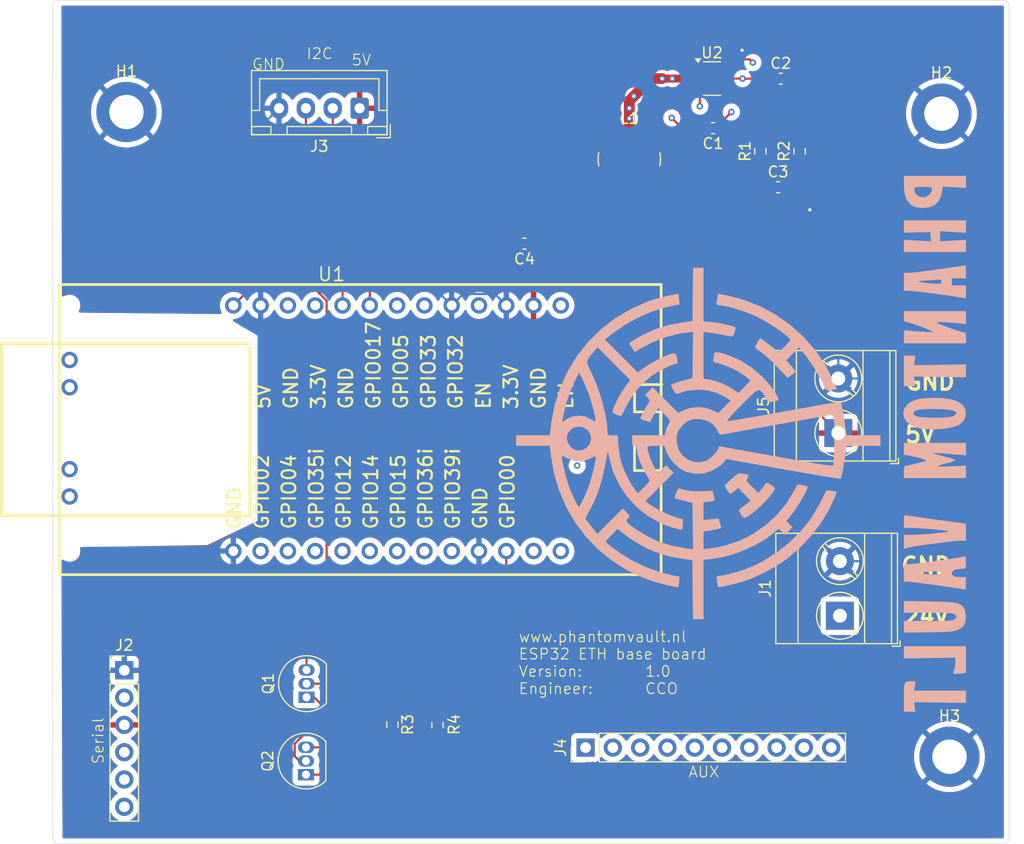
<source format=kicad_pcb>
(kicad_pcb (version 20240108) (generator "pcbnew") (generator_version "8.0")
  (layers (0 "F.Cu" signal) (1 "In1.Cu" signal) (2 "In2.Cu" signal) (31 "B.Cu" signal) (34 "B.Paste" user) (35 "F.Paste" user) (36 "B.SilkS" user "B.Silkscreen") (37 "F.SilkS" user "F.Silkscreen") (38 "B.Mask" user) (39 "F.Mask" user) (44 "Edge.Cuts" user))
  (net 0 "")
  (net 1 "Net-(U2-SW)")
  (net 2 "Net-(U2-CB)")
  (net 3 "GND")
  (net 4 "+24V")
  (net 5 "+5V")
  (net 6 "Net-(J2-Pin_4)")
  (net 7 "Net-(J2-Pin_5)")
  (net 8 "Net-(J2-Pin_2)")
  (net 9 "Net-(J2-Pin_6)")
  (net 10 "Net-(J3-Pin_2)")
  (net 11 "Net-(J3-Pin_3)")
  (net 12 "Net-(J4-Pin_8)")
  (net 13 "Net-(J4-Pin_7)")
  (net 14 "Net-(J4-Pin_4)")
  (net 15 "Net-(J4-Pin_3)")
  (net 16 "Net-(J4-Pin_10)")
  (net 17 "Net-(J4-Pin_6)")
  (net 18 "Net-(J4-Pin_5)")
  (net 19 "Net-(J4-Pin_2)")
  (net 20 "Net-(J4-Pin_1)")
  (net 21 "Net-(J4-Pin_9)")
  (net 22 "Net-(Q1-B)")
  (net 23 "Net-(Q1-C)")
  (net 24 "Net-(Q2-B)")
  (net 25 "Net-(Q2-E)")
  (net 26 "Net-(U2-FB)")
  (net 29 "+3.3V")
  (net 30 "+3V3")
  (footprint "Connector_JST:JST_XH_B4B-XH-A_1x04_P2.50mm_Vertical" (layer "F.Cu") (at 129.55 65.05 180)
    (property "Reference" "J3" (at 3.75 -3.55 0) (layer "F.SilkS"))
    (property "Value" "Conn_01x04_Pin")
    (pad "1" thru_hole roundrect (at 0 0 180) (size 1.7 1.95) (drill 0.95) (layers "*.Cu" "*.Mask") (roundrect_rratio 0.147059) (net 5 "+5V"))
    (pad "2" thru_hole oval (at 2.5 0 180) (size 1.7 1.95) (drill 0.95) (layers "*.Cu" "*.Mask") (net 10 "Net-(J3-Pin_2)"))
    (pad "3" thru_hole oval (at 5 0 180) (size 1.7 1.95) (drill 0.95) (layers "*.Cu" "*.Mask") (net 11 "Net-(J3-Pin_3)"))
    (pad "4" thru_hole oval (at 7.5 0 180) (size 1.7 1.95) (drill 0.95) (layers "*.Cu" "*.Mask") (net 3 "GND"))
  )
  (footprint "Resistor_SMD:R_0603_1608Metric_Pad0.98x0.95mm_HandSolder" (layer "F.Cu") (at 132.6 122.4125 -90)
    (property "Reference" "R3" (at 0 -1.43 90) (layer "F.SilkS"))
    (property "Value" "10k")
    (pad "1" smd roundrect (at -0.9125 0 270) (size 0.975 0.95) (layers "F.Cu" "F.Paste" "F.Mask") (net 8 "Net-(J2-Pin_2)"))
    (pad "2" smd roundrect (at 0.9125 0 270) (size 0.975 0.95) (layers "F.Cu" "F.Paste" "F.Mask") (net 24 "Net-(Q2-B)"))
  )
  (footprint "Resistor_SMD:R_0603_1608Metric_Pad0.98x0.95mm_HandSolder" (layer "F.Cu") (at 136.8 122.45 90)
    (property "Reference" "R4" (at 0.05 1.55 90) (layer "F.SilkS"))
    (property "Value" "10k")
    (pad "1" smd roundrect (at -0.9125 0 90) (size 0.975 0.95) (layers "F.Cu" "F.Paste" "F.Mask") (net 9 "Net-(J2-Pin_6)"))
    (pad "2" smd roundrect (at 0.9125 0 90) (size 0.975 0.95) (layers "F.Cu" "F.Paste" "F.Mask") (net 22 "Net-(Q1-B)"))
  )
  (footprint "Package_TO_SOT_SMD:SOT-23-6" (layer "F.Cu") (at 162.35 62.2875)
    (property "Reference" "U2" (at 0 -2.4 0) (layer "F.SilkS"))
    (property "Value" "LMR51430")
    (pad "1" smd roundrect (at -1.1375 -0.95) (size 1.325 0.6) (layers "F.Cu" "F.Paste" "F.Mask") (net 3 "GND"))
    (pad "2" smd roundrect (at -1.1375 0) (size 1.325 0.6) (layers "F.Cu" "F.Paste" "F.Mask") (net 1 "Net-(U2-SW)"))
    (pad "3" smd roundrect (at -1.1375 0.95) (size 1.325 0.6) (layers "F.Cu" "F.Paste" "F.Mask") (net 4 "+24V"))
    (pad "4" smd roundrect (at 1.1375 0.95) (size 1.325 0.6) (layers "F.Cu" "F.Paste" "F.Mask") (net 26 "Net-(U2-FB)"))
    (pad "5" smd roundrect (at 1.1375 0) (size 1.325 0.6) (layers "F.Cu" "F.Paste" "F.Mask") (net 4 "+24V"))
    (pad "6" smd roundrect (at 1.1375 -0.95) (size 1.325 0.6) (layers "F.Cu" "F.Paste" "F.Mask") (net 2 "Net-(U2-CB)"))
  )
  (footprint "MountingHole:MountingHole_3.2mm_M3_DIN965_Pad" (layer "F.Cu") (at 184.45 125.4)
    (property "Reference" "H3" (at 0 -3.8 0) (layer "F.SilkS"))
    (property "Value" "MountingHole_Pad")
    (pad "1" thru_hole circle (at 0 0) (size 5.6 5.6) (drill 3.2) (layers "*.Cu" "*.Mask") (net 3 "GND"))
  )
  (footprint "Capacitor_SMD:C_0603_1608Metric_Pad1.08x0.95mm_HandSolder" (layer "F.Cu") (at 168.75 62.3)
    (property "Reference" "C2" (at 0 -1.43 360) (layer "F.SilkS"))
    (property "Value" "2.2uF")
    (pad "1" smd roundrect (at -0.8625 0) (size 1.075 0.95) (layers "F.Cu" "F.Paste" "F.Mask") (net 4 "+24V"))
    (pad "2" smd roundrect (at 0.8625 0) (size 1.075 0.95) (layers "F.Cu" "F.Paste" "F.Mask") (net 3 "GND"))
  )
  (footprint "Package_TO_SOT_THT:TO-92_Inline" (layer "F.Cu") (at 124.61 119.87 90)
    (property "Reference" "Q1" (at 1.27 -3.56 90) (layer "F.SilkS"))
    (property "Value" "2N3904")
    (pad "1" thru_hole rect (at 0 0 90) (size 1.05 1.5) (drill 0.75) (layers "*.Cu" "*.Mask") (net 8 "Net-(J2-Pin_2)"))
    (pad "2" thru_hole oval (at 1.27 0 90) (size 1.05 1.5) (drill 0.75) (layers "*.Cu" "*.Mask") (net 22 "Net-(Q1-B)"))
    (pad "3" thru_hole oval (at 2.54 0 90) (size 1.05 1.5) (drill 0.75) (layers "*.Cu" "*.Mask") (net 23 "Net-(Q1-C)"))
  )
  (footprint "Library:PhantomVaultPCBLogo5cmBackside" (layer "F.Cu") (at 165.05 96.25 90)
    (property "Reference" "G***" (hide yes))
    (property "Value" "LOGO" (hide yes))
  )
  (footprint "Capacitor_SMD:C_0603_1608Metric_Pad1.08x0.95mm_HandSolder" (layer "F.Cu") (at 168.5 72.4)
    (property "Reference" "C3" (at 0 -1.43 0) (layer "F.SilkS"))
    (property "Value" "44uF")
    (pad "1" smd roundrect (at -0.8625 0) (size 1.075 0.95) (layers "F.Cu" "F.Paste" "F.Mask") (net 5 "+5V"))
    (pad "2" smd roundrect (at 0.8625 0) (size 1.075 0.95) (layers "F.Cu" "F.Paste" "F.Mask") (net 3 "GND"))
  )
  (footprint "Capacitor_SMD:C_0603_1608Metric_Pad1.08x0.95mm_HandSolder" (layer "F.Cu") (at 162.45 66.9 180)
    (property "Reference" "C1" (at 0 -1.43 360) (layer "F.SilkS"))
    (property "Value" "0.1 uF")
    (pad "1" smd roundrect (at -0.8625 0 180) (size 1.075 0.95) (layers "F.Cu" "F.Paste" "F.Mask") (net 2 "Net-(U2-CB)"))
    (pad "2" smd roundrect (at 0.8625 0 180) (size 1.075 0.95) (layers "F.Cu" "F.Paste" "F.Mask") (net 1 "Net-(U2-SW)"))
  )
  (footprint "Capacitor_SMD:C_0603_1608Metric_Pad1.08x0.95mm_HandSolder" (layer "F.Cu") (at 144.9 77.65 180)
    (property "Reference" "C4" (at 0 -1.43 360) (layer "F.SilkS"))
    (property "Value" "100nF")
    (pad "1" smd roundrect (at -0.8625 0 180) (size 1.075 0.95) (layers "F.Cu" "F.Paste" "F.Mask") (net 5 "+5V"))
    (pad "2" smd roundrect (at 0.8625 0 180) (size 1.075 0.95) (layers "F.Cu" "F.Paste" "F.Mask") (net 3 "GND"))
  )
  (footprint "TerminalBlock_Phoenix:TerminalBlock_Phoenix_MKDS-3-2-5.08_1x02_P5.08mm_Horizontal" (layer "F.Cu") (at 174.25 112.28 90)
    (property "Reference" "J1" (at 2.54 -6.96 90) (layer "F.SilkS"))
    (property "Value" "Screw_Terminal_01x02")
    (pad "1" thru_hole rect (at 0 0 90) (size 2.6 2.6) (drill 1.3) (layers "*.Cu" "*.Mask") (net 4 "+24V"))
    (pad "2" thru_hole circle (at 5.08 0 90) (size 2.6 2.6) (drill 1.3) (layers "*.Cu" "*.Mask") (net 3 "GND"))
  )
  (footprint "MountingHole:MountingHole_3.2mm_M3_DIN965_Pad" (layer "F.Cu") (at 107.85 65.4)
    (property "Reference" "H1" (at 0 -3.8 0) (layer "F.SilkS"))
    (property "Value" "MountingHole_Pad")
    (pad "1" thru_hole circle (at 0 0) (size 5.6 5.6) (drill 3.2) (layers "*.Cu" "*.Mask") (net 3 "GND"))
  )
  (footprint "Connector_PinHeader_2.54mm:PinHeader_1x10_P2.54mm_Vertical" (layer "F.Cu") (at 150.58 124.55 90)
    (property "Reference" "J4" (at 0 -2.33 90) (layer "F.SilkS"))
    (property "Value" "Conn_01x10_Pin" (hide yes))
    (pad "1" thru_hole rect (at 0 0 90) (size 1.7 1.7) (drill 1) (layers "*.Cu" "*.Mask") (net 20 "Net-(J4-Pin_1)"))
    (pad "2" thru_hole oval (at 0 2.54 90) (size 1.7 1.7) (drill 1) (layers "*.Cu" "*.Mask") (net 19 "Net-(J4-Pin_2)"))
    (pad "3" thru_hole oval (at 0 5.08 90) (size 1.7 1.7) (drill 1) (layers "*.Cu" "*.Mask") (net 15 "Net-(J4-Pin_3)"))
    (pad "4" thru_hole oval (at 0 7.62 90) (size 1.7 1.7) (drill 1) (layers "*.Cu" "*.Mask") (net 14 "Net-(J4-Pin_4)"))
    (pad "5" thru_hole oval (at 0 10.16 90) (size 1.7 1.7) (drill 1) (layers "*.Cu" "*.Mask") (net 18 "Net-(J4-Pin_5)"))
    (pad "6" thru_hole oval (at 0 12.7 90) (size 1.7 1.7) (drill 1) (layers "*.Cu" "*.Mask") (net 17 "Net-(J4-Pin_6)"))
    (pad "7" thru_hole oval (at 0 15.24 90) (size 1.7 1.7) (drill 1) (layers "*.Cu" "*.Mask") (net 13 "Net-(J4-Pin_7)"))
    (pad "8" thru_hole oval (at 0 17.78 90) (size 1.7 1.7) (drill 1) (layers "*.Cu" "*.Mask") (net 12 "Net-(J4-Pin_8)"))
    (pad "9" thru_hole oval (at 0 20.32 90) (size 1.7 1.7) (drill 1) (layers "*.Cu" "*.Mask") (net 21 "Net-(J4-Pin_9)"))
    (pad "10" thru_hole oval (at 0 22.86 90) (size 1.7 1.7) (drill 1) (layers "*.Cu" "*.Mask") (net 16 "Net-(J4-Pin_10)"))
  )
  (footprint "TerminalBlock_Phoenix:TerminalBlock_Phoenix_MKDS-3-2-5.08_1x02_P5.08mm_Horizontal" (layer "F.Cu") (at 174.1 95.28 90)
    (property "Reference" "J5" (at 2.54 -6.96 90) (layer "F.SilkS"))
    (property "Value" "Screw_Terminal_01x02")
    (pad "1" thru_hole rect (at 0 0 90) (size 2.6 2.6) (drill 1.3) (layers "*.Cu" "*.Mask") (net 5 "+5V"))
    (pad "2" thru_hole circle (at 5.08 0 90) (size 2.6 2.6) (drill 1.3) (layers "*.Cu" "*.Mask") (net 3 "GND"))
  )
  (footprint "Inductor_SMD:L_Bourns_SDR0604" (layer "F.Cu") (at 154.65 69.8)
    (property "Reference" "L1" (at 0 -3.81 0) (layer "F.SilkS"))
    (property "Value" "6.8 uH")
    (pad "1" smd roundrect (at 0 -1.95) (size 5.8 2.1) (layers "F.Cu" "F.Paste" "F.Mask") (roundrect_rratio 0) (chamfer_ratio 0.2) (chamfer top_left top_right) (net 1 "Net-(U2-SW)"))
    (pad "2" smd roundrect (at 0 1.95 180) (size 5.8 2.1) (layers "F.Cu" "F.Paste" "F.Mask") (roundrect_rratio 0) (chamfer_ratio 0.2) (chamfer top_left top_right) (net 5 "+5V"))
  )
  (footprint "Package_TO_SOT_THT:TO-92_Inline" (layer "F.Cu") (at 124.56 127.07 90)
    (property "Reference" "Q2" (at 1.27 -3.56 90) (layer "F.SilkS"))
    (property "Value" "2N3904")
    (pad "1" thru_hole rect (at 0 0 90) (size 1.05 1.5) (drill 0.75) (layers "*.Cu" "*.Mask") (net 25 "Net-(Q2-E)"))
    (pad "2" thru_hole oval (at 1.27 0 90) (size 1.05 1.5) (drill 0.75) (layers "*.Cu" "*.Mask") (net 24 "Net-(Q2-B)"))
    (pad "3" thru_hole oval (at 2.54 0 90) (size 1.05 1.5) (drill 0.75) (layers "*.Cu" "*.Mask") (net 9 "Net-(J2-Pin_6)"))
  )
  (footprint "Resistor_SMD:R_0603_1608Metric_Pad0.98x0.95mm_HandSolder" (layer "F.Cu") (at 170.5 69.05 -90)
    (property "Reference" "R2" (at 0 1.45 90) (layer "F.SilkS"))
    (property "Value" "13.7k")
    (pad "1" smd roundrect (at -0.9125 0 270) (size 0.975 0.95) (layers "F.Cu" "F.Paste" "F.Mask") (net 26 "Net-(U2-FB)"))
    (pad "2" smd roundrect (at 0.9125 0 270) (size 0.975 0.95) (layers "F.Cu" "F.Paste" "F.Mask") (net 3 "GND"))
  )
  (footprint "PhantomVault:WT32-ETH01-M" (layer "F.Cu") (at 131.3291 95.4269)
    (property "Reference" "U1" (at -4.385 -14.932 0) (layer "F.SilkS") (effects (font (size 1.27 1.27))))
    (property "Value" "WT32-ETH01")
    (fp_text user "GPIO36i" (at 3.6059 8.9281 90) (layer "F.SilkS") (effects (font (size 1.28 1.28) (thickness 0.2032)) (justify left top)))
    (fp_text user "GPIO05" (at 1.3199 -2.2487 90) (layer "F.SilkS") (effects (font (size 1.28 1.28) (thickness 0.2032)) (justify left top)))
    (fp_text user "GPIO12" (at -4.0141 8.9281 90) (layer "F.SilkS") (effects (font (size 1.28 1.28) (thickness 0.2032)) (justify left top)))
    (fp_text user "GPIO33" (at 3.881 -2.2487 90) (layer "F.SilkS") (effects (font (size 1.28 1.28) (thickness 0.2032)) (justify left top)))
    (fp_text user "GND" (at -14.1741 8.9289 90) (layer "F.SilkS") (effects (font (size 1.28 1.28) (thickness 0.2032)) (justify left top)))
    (fp_text user "GPIO35i" (at -6.5541 8.9291 90) (layer "F.SilkS") (effects (font (size 1.28 1.28) (thickness 0.2032)) (justify left top)))
    (fp_text user "EN" (at 16.6869 -2.2487 90) (layer "F.SilkS") (effects (font (size 1.28 1.28) (thickness 0.2032)) (justify left top)))
    (fp_text user "GPIO02" (at -11.6341 8.9281 90) (layer "F.SilkS") (effects (font (size 1.28 1.28) (thickness 0.2032)) (justify left top)))
    (fp_text user "GPIO04" (at -9.0941 8.9299 90) (layer "F.SilkS") (effects (font (size 1.28 1.28) (thickness 0.2032)) (justify left top)))
    (fp_text user "GND" (at 8.6859 8.9289 90) (layer "F.SilkS") (effects (font (size 1.28 1.28) (thickness 0.2032)) (justify left top)))
    (fp_text user "GPIO39i" (at 6.1459 8.9299 90) (layer "F.SilkS") (effects (font (size 1.28 1.28) (thickness 0.2032)) (justify left top)))
    (fp_text user "GPIO32" (at 6.3999 -2.2479 90) (layer "F.SilkS") (effects (font (size 1.28 1.28) (thickness 0.2032)) (justify left top)))
    (fp_text user "5V" (at -11.486 -2.2487 90) (layer "F.SilkS") (effects (font (size 1.28 1.28) (thickness 0.2032)) (justify left top)))
    (fp_text user "GND" (at -8.9246 -2.2487 90) (layer "F.SilkS") (effects (font (size 1.28 1.28) (thickness 0.2032)) (justify left top)))
    (fp_text user "GPIO15" (at 1.0659 8.9289 90) (layer "F.SilkS") (effects (font (size 1.28 1.28) (thickness 0.2032)) (justify left top)))
    (fp_text user "3.3V" (at 11.5645 -2.2487 90) (layer "F.SilkS") (effects (font (size 1.28 1.28) (thickness 0.2032)) (justify left top)))
    (fp_text user "EN" (at 9.0034 -2.2487 90) (layer "F.SilkS") (effects (font (size 1.28 1.28) (thickness 0.2032)) (justify left top)))
    (fp_text user "3.3V" (at -6.3636 -2.2487 90) (layer "F.SilkS") (effects (font (size 1.28 1.28) (thickness 0.2032)) (justify left top)))
    (fp_text user "GND" (at 14.1259 -2.2487 90) (layer "F.SilkS") (effects (font (size 1.28 1.28) (thickness 0.2032)) (justify left top)))
    (fp_text user "GPIO017" (at -1.2411 -2.2487 90) (layer "F.SilkS") (effects (font (size 1.28 1.28) (thickness 0.2032)) (justify left top)))
    (fp_text user "GPIO00" (at 11.2259 8.9281 90) (layer "F.SilkS") (effects (font (size 1.28 1.28) (thickness 0.2032)) (justify left top)))
    (fp_text user "GPIO14" (at -1.4741 8.9299 90) (layer "F.SilkS") (effects (font (size 1.28 1.28) (thickness 0.2032)) (justify left top)))
    (fp_text user "GND" (at -3.8025 -2.2487 90) (layer "F.SilkS") (effects (font (size 1.28 1.28) (thickness 0.2032)) (justify left top)))
    (pad "" np_thru_hole circle (at -28.7691 -12.0269) (size 1.5 1.5) (drill 1.5) (layers "F&B.Cu" "*.Mask"))
    (pad "" np_thru_hole circle (at -28.7691 10.8331) (size 1.5 1.5) (drill 1.5) (layers "F&B.Cu" "*.Mask"))
    (pad "1" thru_hole oval (at -13.5291 -12.0269) (size 1.524 1.524) (drill 0.9144) (layers "*.Cu" "*.Mask") (net 23 "Net-(Q1-C)"))
    (pad "2" thru_hole oval (at -10.9891 -12.0269) (size 1.524 1.524) (drill 0.9144) (layers "*.Cu" "*.Mask") (net 3 "GND"))
    (pad "3" thru_hole oval (at -8.4491 -12.0269) (size 1.524 1.524) (drill 0.9144) (layers "*.Cu" "*.Mask") (net 29 "+3.3V"))
    (pad "4" thru_hole oval (at -5.9091 -12.0269) (size 1.524 1.524) (drill 0.9144) (layers "*.Cu" "*.Mask") (net 19 "Net-(J4-Pin_2)"))
    (pad "5" thru_hole oval (at -3.3691 -12.0269) (size 1.524 1.524) (drill 0.9144) (layers "*.Cu" "*.Mask") (net 11 "Net-(J3-Pin_3)"))
    (pad "6" thru_hole oval (at -0.8291 -12.0269) (size 1.524 1.524) (drill 0.9144) (layers "*.Cu" "*.Mask") (net 10 "Net-(J3-Pin_2)"))
    (pad "7" thru_hole oval (at 1.7109 -12.0269) (size 1.524 1.524) (drill 0.9144) (layers "*.Cu" "*.Mask") (net 20 "Net-(J4-Pin_1)"))
    (pad "8" thru_hole oval (at 4.2509 -12.0269) (size 1.524 1.524) (drill 0.9144) (layers "*.Cu" "*.Mask"))
    (pad "9" thru_hole oval (at 6.7909 -12.0269) (size 1.524 1.524) (drill 0.9144) (layers "*.Cu" "*.Mask") (net 3 "GND"))
    (pad "10" thru_hole oval (at 9.3309 -12.0269) (size 1.524 1.524) (drill 0.9144) (layers "*.Cu" "*.Mask") (net 30 "+3V3"))
    (pad "11" thru_hole oval (at 11.8709 -12.0269) (size 1.524 1.524) (drill 0.9144) (layers "*.Cu" "*.Mask") (net 3 "GND"))
    (pad "12" thru_hole oval (at 14.4109 -12.0269) (size 1.524 1.524) (drill 0.9144) (layers "*.Cu" "*.Mask") (net 5 "+5V"))
    (pad "13" thru_hole oval (at 16.9509 -12.0269) (size 1.524 1.524) (drill 0.9144) (layers "*.Cu" "*.Mask"))
    (pad "14" thru_hole oval (at -13.5291 10.8331) (size 1.524 1.524) (drill 0.9144) (layers "*.Cu" "*.Mask") (net 3 "GND"))
    (pad "15" thru_hole oval (at -10.9891 10.8331) (size 1.524 1.524) (drill 0.9144) (layers "*.Cu" "*.Mask") (net 15 "Net-(J4-Pin_3)"))
    (pad "16" thru_hole oval (at -8.4491 10.8331) (size 1.524 1.524) (drill 0.9144) (layers "*.Cu" "*.Mask") (net 14 "Net-(J4-Pin_4)"))
    (pad "17" thru_hole oval (at -5.9091 10.8331) (size 1.524 1.524) (drill 0.9144) (layers "*.Cu" "*.Mask") (net 18 "Net-(J4-Pin_5)"))
    (pad "18" thru_hole oval (at -3.3691 10.8331) (size 1.524 1.524) (drill 0.9144) (layers "*.Cu" "*.Mask") (net 17 "Net-(J4-Pin_6)"))
    (pad "19" thru_hole oval (at -0.8291 10.8331) (size 1.524 1.524) (drill 0.9144) (layers "*.Cu" "*.Mask") (net 13 "Net-(J4-Pin_7)"))
    (pad "20" thru_hole oval (at 1.7109 10.8331) (size 1.524 1.524) (drill 0.9144) (layers "*.Cu" "*.Mask") (net 12 "Net-(J4-Pin_8)"))
    (pad "21" thru_hole oval (at 4.2509 10.8331) (size 1.524 1.524) (drill 0.9144) (layers "*.Cu" "*.Mask") (net 21 "Net-(J4-Pin_9)"))
    (pad "22" thru_hole oval (at 6.7909 10.8331) (size 1.524 1.524) (drill 0.9144) (layers "*.Cu" "*.Mask") (net 16 "Net-(J4-Pin_10)"))
    (pad "23" thru_hole oval (at 9.3309 10.8331) (size 1.524 1.524) (drill 0.9144) (layers "*.Cu" "*.Mask") (net 3 "GND"))
    (pad "24" thru_hole oval (at 11.8709 10.8331) (size 1.524 1.524) (drill 0.9144) (layers "*.Cu" "*.Mask") (net 25 "Net-(Q2-E)"))
    (pad "25" thru_hole oval (at 14.4109 10.8331) (size 1.524 1.524) (drill 0.9144) (layers "*.Cu" "*.Mask") (net 6 "Net-(J2-Pin_4)"))
    (pad "26" thru_hole oval (at 16.9509 10.8331) (size 1.524 1.524) (drill 0.9144) (layers "*.Cu" "*.Mask") (net 7 "Net-(J2-Pin_5)"))
    (pad "27" thru_hole oval (at -28.7691 -6.9469) (size 1.524 1.524) (drill 0.9144) (layers "*.Cu" "*.Mask"))
    (pad "28" thru_hole oval (at -28.7691 -4.4069) (size 1.524 1.524) (drill 0.9144) (layers "*.Cu" "*.Mask"))
    (pad "29" thru_hole oval (at -28.7691 3.2131) (size 1.524 1.524) (drill 0.9144) (layers "*.Cu" "*.Mask"))
    (pad "30" thru_hole oval (at -28.7691 5.7531) (size 1.524 1.524) (drill 0.9144) (layers "*.Cu" "*.Mask"))
  )
  (footprint "MountingHole:MountingHole_3.2mm_M3_DIN965_Pad" (layer "F.Cu") (at 183.7 65.55)
    (property "Reference" "H2" (at 0 -3.8 0) (layer "F.SilkS"))
    (property "Value" "MountingHole_Pad")
    (pad "1" thru_hole circle (at 0 0) (size 5.6 5.6) (drill 3.2) (layers "*.Cu" "*.Mask") (net 3 "GND"))
  )
  (footprint "Connector_PinHeader_2.54mm:PinHeader_1x06_P2.54mm_Vertical" (layer "F.Cu") (at 107.65 117.36)
    (property "Reference" "J2" (at 0 -2.33 0) (layer "F.SilkS"))
    (property "Value" "Conn_01x06_Pin")
    (pad "1" thru_hole rect (at 0 0) (size 1.7 1.7) (drill 1) (layers "*.Cu" "*.Mask") (net 3 "GND"))
    (pad "2" thru_hole oval (at 0 2.54) (size 1.7 1.7) (drill 1) (layers "*.Cu" "*.Mask") (net 8 "Net-(J2-Pin_2)"))
    (pad "3" thru_hole oval (at 0 5.08) (size 1.7 1.7) (drill 1) (layers "*.Cu" "*.Mask") (net 5 "+5V"))
    (pad "4" thru_hole oval (at 0 7.62) (size 1.7 1.7) (drill 1) (layers "*.Cu" "*.Mask") (net 6 "Net-(J2-Pin_4)"))
    (pad "5" thru_hole oval (at 0 10.16) (size 1.7 1.7) (drill 1) (layers "*.Cu" "*.Mask") (net 7 "Net-(J2-Pin_5)"))
    (pad "6" thru_hole oval (at 0 12.7) (size 1.7 1.7) (drill 1) (layers "*.Cu" "*.Mask") (net 9 "Net-(J2-Pin_6)"))
  )
  (footprint "Resistor_SMD:R_0603_1608Metric_Pad0.98x0.95mm_HandSolder" (layer "F.Cu") (at 166.85 69.05 90)
    (property "Reference" "R1" (at 0 -1.43 90) (layer "F.SilkS"))
    (property "Value" "100k")
    (pad "1" smd roundrect (at -0.9125 0 90) (size 0.975 0.95) (layers "F.Cu" "F.Paste" "F.Mask") (net 5 "+5V"))
    (pad "2" smd roundrect (at 0.9125 0 90) (size 0.975 0.95) (layers "F.Cu" "F.Paste" "F.Mask") (net 26 "Net-(U2-FB)"))
  )
  (gr_line (start 189.5 55) (end 101.5 55) (stroke (width 0.05)) (layer "Edge.Cuts"))
  (gr_arc (start 101.5 133.5) (mid 101.146447 133.353553) (end 101 133) (stroke (width 0.05)) (layer "Edge.Cuts"))
  (gr_arc (start 189.5 55) (mid 189.853553 55.146447) (end 190 55.5) (stroke (width 0.05)) (layer "Edge.Cuts"))
  (gr_line (start 101.5 133.5) (end 189.5 133.5) (stroke (width 0.05)) (layer "Edge.Cuts"))
  (gr_arc (start 101 55.5) (mid 101.146447 55.146447) (end 101.5 55) (stroke (width 0.05)) (layer "Edge.Cuts"))
  (gr_line (start 190 55.5) (end 190 133) (stroke (width 0.05)) (layer "Edge.Cuts"))
  (gr_arc (start 190 133) (mid 189.853553 133.353553) (end 189.5 133.5) (stroke (width 0.05)) (layer "Edge.Cuts"))
  (gr_line (start 101 55.5) (end 101 133) (stroke (width 0.05)) (layer "Edge.Cuts"))
  (gr_text "5V" (at 180.15 96.3 0) (layer "F.SilkS") (effects (font (size 1.5 1.5) (thickness 0.3) (bold yes)) (justify left bottom)))
  (gr_text "GND" (at 119.49 61.54 0) (layer "F.SilkS") (effects (font (size 1 1) (thickness 0.1)) (justify left bottom)))
  (gr_text "24V" (at 180 113.25 0) (layer "F.SilkS") (effects (font (size 1.5 1.5) (thickness 0.3) (bold yes)) (justify left bottom)))
  (gr_text "Serial" (at 105.8 126.15 90) (layer "F.SilkS") (effects (font (size 1 1) (thickness 0.1)) (justify left bottom)))
  (gr_text "GND" (at 180.15 91.4 0) (layer "F.SilkS") (effects (font (size 1.5 1.5) (thickness 0.3) (bold yes)) (justify left bottom)))
  (gr_text "I2C" (at 124.55 60.55 0) (layer "F.SilkS") (effects (font (size 1 1) (thickness 0.1)) (justify left bottom)))
  (gr_text "5V" (at 128.75 61.15 0) (layer "F.SilkS") (effects (font (size 1 1) (thickness 0.1)) (justify left bottom)))
  (gr_text "GND" (at 179.8 108.5 0) (layer "F.SilkS") (effects (font (size 1.5 1.5) (thickness 0.3) (bold yes)) (justify left bottom)))
  (gr_text "AUX" (at 160.1 127.4 0) (layer "F.SilkS") (effects (font (size 1 1) (thickness 0.1)) (justify left bottom)))
  (gr_text "www.phantomvault.nl\nESP32 ETH base board\nVersion: 	1.0\nEngineer: 	CCO" (at 144.3 119.65 0) (layer "F.SilkS") (effects (font (size 1 1) (thickness 0.1)) (justify left bottom)))
  (segment (start 154.65 66) (end 154.65 65.05) (width 1) (layer "F.Cu") (net 1))
  (segment (start 156.7125 62.2875) (end 157.7125 62.2875) (width 1) (layer "F.Cu") (net 1))
  (segment (start 158.6 65.95) (end 159.55 66.9) (width 0.2) (layer "F.Cu") (net 1))
  (segment (start 155.6 66.9) (end 154.65 67.85) (width 0.2) (layer "F.Cu") (net 1))
  (segment (start 158.55 65.9) (end 158.6 65.95) (width 0.2) (layer "F.Cu") (net 1))
  (segment (start 159.8 62.2875) (end 158.65 62.2875) (width 0.75) (layer "F.Cu") (net 1))
  (segment (start 155.075 63.925) (end 156.7125 62.2875) (width 1) (layer "F.Cu") (net 1))
  (segment (start 158.65 62.2875) (end 157.7125 62.2875) (width 0.75) (layer "F.Cu") (net 1))
  (segment (start 154.65 64.35) (end 155.075 63.925) (width 1) (layer "F.Cu") (net 1))
  (segment (start 159.55 66.9) (end 161.5875 66.9) (width 0.2) (layer "F.Cu") (net 1))
  (segment (start 154.65 67.85) (end 154.65 66) (width 1) (layer "F.Cu") (net 1))
  (segment (start 154.65 65.05) (end 154.65 64.35) (width 1) (layer "F.Cu") (net 1))
  (segment (start 161.2125 62.2875) (end 159.8 62.2875) (width 0.75) (layer "F.Cu") (net 1))
  (via (at 154.65 65.05) (size 0.6) (drill 0.3) (layers "F.Cu" "B.Cu") (net 1))
  (via (at 154.65 66) (size 0.6) (drill 0.3) (layers "F.Cu" "B.Cu") (net 1))
  (via (at 155.075 63.925) (size 0.6) (drill 0.3) (layers "F.Cu" "B.Cu") (net 1))
  (via (at 158.6 65.95) (size 0.6) (drill 0.3) (layers "F.Cu" "B.Cu") (net 1))
  (via (at 158.65 62.2875) (size 0.6) (drill 0.3) (layers "F.Cu" "B.Cu") (net 1))
  (via (at 157.7125 62.2875) (size 0.6) (drill 0.3) (layers "F.Cu" "B.Cu") (net 1))
  (segment (start 163.3125 66.9) (end 163.3125 66.2375) (width 0.2) (layer "F.Cu") (net 2))
  (segment (start 164.55 61.15) (end 165.2 60.5) (width 0.2) (layer "F.Cu") (net 2))
  (segment (start 165.2 60.5) (end 165.65 60.5) (width 0.2) (layer "F.Cu") (net 2))
  (segment (start 163.3125 66.2375) (end 164.15 65.4) (width 0.2) (layer "F.Cu") (net 2))
  (segment (start 163.4875 61.3375) (end 164.3625 61.3375) (width 0.2) (layer "F.Cu") (net 2))
  (segment (start 165.85 60.5) (end 166.15 60.8) (width 0.2) (layer "F.Cu") (net 2))
  (segment (start 165.65 60.5) (end 165.85 60.5) (width 0.2) (layer "F.Cu") (net 2))
  (segment (start 164.3625 61.3375) (end 164.55 61.15) (width 0.2) (layer "F.Cu") (net 2))
  (via (at 166.15 60.8) (size 0.6) (drill 0.3) (layers "F.Cu" "B.Cu") (net 2))
  (via (at 164.15 65.4) (size 0.6) (drill 0.3) (layers "F.Cu" "B.Cu") (net 2))
  (segment (start 170.5 73.55) (end 171.125 74.175) (width 0.2) (layer "F.Cu") (net 3))
  (segment (start 170.5 69.9625) (end 170.5 73.55) (width 0.2) (layer "F.Cu") (net 3))
  (segment (start 165.15 59.65) (end 168.8 59.65) (width 0.2) (layer "F.Cu") (net 3))
  (segment (start 171.45 74.5) (end 171.125 74.175) (width 0.2) (layer "F.Cu") (net 3))
  (segment (start 161.2125 61.3375) (end 161.2125 59.8875) (width 0.2) (layer "F.Cu") (net 3))
  (segment (start 161.2125 59.8875) (end 161.45 59.65) (width 0.2) (layer "F.Cu") (net 3))
  (segment (start 169.6125 60.4625) (end 169.6125 62.3) (width 0.2) (layer "F.Cu") (net 3))
  (segment (start 171.125 74.175) (end 169.3625 72.4125) (width 0.2) (layer "F.Cu") (net 3))
  (segment (start 168.8 59.65) (end 169.6125 60.4625) (width 0.2) (layer "F.Cu") (net 3))
  (segment (start 169.3625 72.4125) (end 169.3625 72.4) (width 0.2) (layer "F.Cu") (net 3))
  (segment (start 161.45 59.65) (end 165.15 59.65) (width 0.2) (layer "F.Cu") (net 3))
  (segment (start 143.2 83.4) (end 143.2 78.4875) (width 0.2) (layer "F.Cu") (net 3))
  (segment (start 143.2 78.4875) (end 144.0375 77.65) (width 0.2) (layer "F.Cu") (net 3))
  (via (at 171.45 74.5) (size 0.6) (drill 0.3) (layers "F.Cu" "B.Cu") (net 3))
  (via (at 165.15 59.65) (size 0.6) (drill 0.3) (layers "F.Cu" "B.Cu") (net 3))
  (segment (start 139.182 82.338) (end 138.12 83.4) (width 0.2) (layer "B.Cu") (net 3))
  (segment (start 174.1 90.2) (end 174.1 77.15) (width 0.2) (layer "B.Cu") (net 3))
  (segment (start 109.9 112.35) (end 113.25 112.35) (width 0.2) (layer "B.Cu") (net 3))
  (segment (start 177.3 107.2) (end 178.75 105.75) (width 0.2) (layer "B.Cu") (net 3))
  (segment (start 176.9 90.2) (end 174.1 90.2) (width 0.2) (layer "B.Cu") (net 3))
  (segment (start 174.1 77.15) (end 173.2 76.25) (width 0.2) (layer "B.Cu") (net 3))
  (segment (start 178.75 105.75) (end 178.75 92.05) (width 0.2) (layer "B.Cu") (net 3))
  (segment (start 120.34 82.06) (end 121.65 80.75) (width 0.2) (layer "B.Cu") (net 3))
  (segment (start 174.25 107.2) (end 177.3 107.2) (width 0.2) (layer "B.Cu") (net 3))
  (segment (start 121.65 80.75) (end 135.47 80.75) (width 0.2) (layer "B.Cu") (net 3))
  (segment (start 143.2 83.4) (end 142.138 82.338) (width 0.2) (layer "B.Cu") (net 3))
  (segment (start 171.95 62.75) (end 168.85 59.65) (width 0.2) (layer "B.Cu") (net 3))
  (segment (start 173.2 76.25) (end 171.45 74.5) (width 0.2) (layer "B.Cu") (net 3))
  (segment (start 168.85 59.65) (end 165.15 59.65) (width 0.2) (layer "B.Cu") (net 3))
  (segment (start 117.8 107.8) (end 117.8 106.26) (width 0.2) (layer "B.Cu") (net 3))
  (segment (start 113.25 112.35) (end 117.8 107.8) (width 0.2) (layer "B.Cu") (net 3))
  (segment (start 120.34 83.4) (end 120.34 82.06) (width 0.2) (layer "B.Cu") (net 3))
  (segment (start 178.75 92.05) (end 176.9 90.2) (width 0.2) (layer "B.Cu") (net 3))
  (segment (start 171.95 74) (end 171.95 62.75) (width 0.2) (layer "B.Cu") (net 3))
  (segment (start 135.47 80.75) (end 138.12 83.4) (width 0.2) (layer "B.Cu") (net 3))
  (segment (start 107.65 114.6) (end 109.9 112.35) (width 0.2) (layer "B.Cu") (net 3))
  (segment (start 120.34 66.76) (end 122.05 65.05) (width 0.2) (layer "B.Cu") (net 3))
  (segment (start 120.34 83.4) (end 120.34 66.76) (width 0.2) (layer "B.Cu") (net 3))
  (segment (start 120.7 83.76) (end 120.34 83.4) (width 0.2) (layer "B.Cu") (net 3))
  (segment (start 107.65 117.36) (end 107.65 114.6) (width 0.2) (layer "B.Cu") (net 3))
  (segment (start 142.138 82.338) (end 139.182 82.338) (width 0.2) (layer "B.Cu") (net 3))
  (segment (start 171.45 74.5) (end 171.95 74) (width 0.2) (layer "B.Cu") (net 3))
  (segment (start 161.2125 63.2375) (end 161.2125 64.8625) (width 0.2) (layer "F.Cu") (net 4))
  (segment (start 165.1875 62.2875) (end 165.2875 62.2875) (width 0.2) (layer "F.Cu") (net 4))
  (segment (start 163.4875 62.2875) (end 165.1875 62.2875) (width 0.2) (layer "F.Cu") (net 4))
  (segment (start 165.2875 62.2875) (end 165.3 62.3) (width 0.2) (layer "F.Cu") (net 4))
  (segment (start 165.3 62.3) (end 167.8875 62.3) (width 0.2) (layer "F.Cu") (net 4))
  (via (at 165.1875 62.2875) (size 0.6) (drill 0.3) (layers "F.Cu" "B.Cu") (net 4))
  (via (at 161.2125 64.8625) (size 0.6) (drill 0.3) (layers "F.Cu" "B.Cu") (net 4))
  (segment (start 166.85 70.45) (end 167.6375 71.2375) (width 0.2) (layer "F.Cu") (net 5))
  (segment (start 169.45 90.63) (end 169.45 81.7) (width 0.2) (layer "F.Cu") (net 5))
  (segment (start 169.45 81.7) (end 159.5 71.75) (width 0.2) (layer "F.Cu") (net 5))
  (segment (start 145.74 83.4) (end 145.74 77.6725) (width 0.2) (layer "F.Cu") (net 5))
  (segment (start 140.7 65.05) (end 129.55 65.05) (width 0.2) (layer "F.Cu") (net 5))
  (segment (start 164.0375 69.8625) (end 166.85 69.8625) (width 0.2) (layer "F.Cu") (net 5))
  (segment (start 145.74 77.6725) (end 145.7625 77.65) (width 0.2) (layer "F.Cu") (net 5))
  (segment (start 154.65 71.75) (end 150.35 71.75) (width 0.2) (layer "F.Cu") (net 5))
  (segment (start 145.7625 70.1125) (end 140.7 65.05) (width 0.2) (layer "F.Cu") (net 5))
  (segment (start 159 71.75) (end 154.65 71.75) (width 0.2) (layer "F.Cu") (net 5))
  (segment (start 148.7125 70.1125) (end 145.7625 70.1125) (width 0.2) (layer "F.Cu") (net 5))
  (segment (start 154.65 71.75) (end 162.15 71.75) (width 0.2) (layer "F.Cu") (net 5))
  (segment (start 162.15 71.75) (end 164.0375 69.8625) (width 0.2) (layer "F.Cu") (net 5))
  (segment (start 167.6375 71.2375) (end 167.6375 72.4) (width 0.2) (layer "F.Cu") (net 5))
  (segment (start 166.85 69.8625) (end 166.85 70.45) (width 0.2) (layer "F.Cu") (net 5))
  (segment (start 174.1 95.28) (end 169.45 90.63) (width 0.2) (layer "F.Cu") (net 5))
  (segment (start 145.7625 77.65) (end 145.7625 70.1125) (width 0.2) (layer "F.Cu") (net 5))
  (segment (start 159.5 71.75) (end 159 71.75) (width 0.2) (layer "F.Cu") (net 5))
  (segment (start 160 71.75) (end 159 71.75) (width 0.2) (layer "F.Cu") (net 5))
  (segment (start 150.35 71.75) (end 148.7125 70.1125) (width 0.2) (layer "F.Cu") (net 5))
  (segment (start 126.95 121.5) (end 132.6 121.5) (width 0.2) (layer "F.Cu") (net 8))
  (segment (start 124.61 119.87) (end 125.32 119.87) (width 0.2) (layer "F.Cu") (net 8))
  (segment (start 125.32 119.87) (end 126.95 121.5) (width 0.2) (layer "F.Cu") (net 8))
  (segment (start 136.42 124.53) (end 136.8 124.15) (width 0.2) (layer "F.Cu") (net 9))
  (segment (start 136.8 124.15) (end 136.8 123.3625) (width 0.2) (layer "F.Cu") (net 9))
  (segment (start 124.56 124.53) (end 136.42 124.53) (width 0.2) (layer "F.Cu") (net 9))
  (segment (start 127.05 65.05) (end 127.05 73.484314) (width 0.2) (layer "F.Cu") (net 10))
  (segment (start 130.5 76.934314) (end 130.5 83.4) (width 0.2) (layer "F.Cu") (net 10))
  (segment (start 127.05 73.484314) (end 130.5 76.934314) (width 0.2) (layer "F.Cu") (net 10))
  (segment (start 127.96 74.96) (end 127.96 83.4) (width 0.2) (layer "F.Cu") (net 11))
  (segment (start 124.55 71.55) (end 127.96 74.96) (width 0.2) (layer "F.Cu") (net 11))
  (segment (start 124.55 65.05) (end 124.55 71.55) (width 0.2) (layer "F.Cu") (net 11))
  (via (at 149.8 98.3) (size 0.6) (drill 0.3) (layers "F.Cu" "B.Cu") (net 19))
  (segment (start 135.4125 120.15) (end 136.8 121.5375) (width 0.2) (layer "F.Cu") (net 22))
  (segment (start 124.61 118.6) (end 126.7 118.6) (width 0.2) (layer "F.Cu") (net 22))
  (segment (start 128.25 120.15) (end 135.4125 120.15) (width 0.2) (layer "F.Cu") (net 22))
  (segment (start 126.7 118.6) (end 128.25 120.15) (width 0.2) (layer "F.Cu") (net 22))
  (segment (start 124.61 114.29) (end 126.482 112.418) (width 0.2) (layer "F.Cu") (net 23))
  (segment (start 126.482 112.418) (end 126.482 82.960105) (width 0.2) (layer "F.Cu") (net 23))
  (segment (start 120.55 80.65) (end 117.8 83.4) (width 0.2) (layer "F.Cu") (net 23))
  (segment (start 124.171895 80.65) (end 120.55 80.65) (width 0.2) (layer "F.Cu") (net 23))
  (segment (start 124.61 117.33) (end 124.61 114.29) (width 0.2) (layer "F.Cu") (net 23))
  (segment (start 126.482 82.960105) (end 124.171895 80.65) (width 0.2) (layer "F.Cu") (net 23))
  (segment (start 123.95 125.8) (end 124.56 125.8) (width 0.2) (layer "F.Cu") (net 24))
  (segment (start 123.51 125.36) (end 123.95 125.8) (width 0.2) (layer "F.Cu") (net 24))
  (segment (start 124.373274 123.325) (end 123.51 124.188274) (width 0.2) (layer "F.Cu") (net 24))
  (segment (start 132.6 123.325) (end 124.373274 123.325) (width 0.2) (layer "F.Cu") (net 24))
  (segment (start 123.51 124.188274) (end 123.51 125.36) (width 0.2) (layer "F.Cu") (net 24))
  (segment (start 136.58 127.07) (end 139.7 123.95) (width 0.2) (layer "F.Cu") (net 25))
  (segment (start 139.7 111.5) (end 143.2 108) (width 0.2) (layer "F.Cu") (net 25))
  (segment (start 124.56 127.07) (end 136.58 127.07) (width 0.2) (layer "F.Cu") (net 25))
  (segment (start 143.2 108) (end 143.2 106.26) (width 0.2) (layer "F.Cu") (net 25))
  (segment (start 139.7 123.95) (end 139.7 111.5) (width 0.2) (layer "F.Cu") (net 25))
  (segment (start 165.55 63.75) (end 165.55 67.55) (width 0.2) (layer "F.Cu") (net 26))
  (segment (start 163.4875 63.2375) (end 165.0375 63.2375) (width 0.2) (layer "F.Cu") (net 26))
  (segment (start 165.55 67.55) (end 166.1375 68.1375) (width 0.2) (layer "F.Cu") (net 26))
  (segment (start 165.0375 63.2375) (end 165.55 63.75) (width 0.2) (layer "F.Cu") (net 26))
  (segment (start 170.5 68.1375) (end 166.85 68.1375) (width 0.2) (layer "F.Cu") (net 26))
  (segment (start 166.1375 68.1375) (end 166.85 68.1375) (width 0.2) (layer "F.Cu") (net 26))
  (zone (net 5) (net_name "+5V") (layer "F.Cu") (priority 2) (connect_pads (clearance 0.5)) (min_thickness 0.25) (fill yes (thermal_gap 0.5) (thermal_bridge_width 0.5))
    (polygon (pts (xy 101.8 55.25) (xy 101.85 84.05) (xy 116.65 84.2) (xy 120.05 86.2) (xy 120.05 103.45) (xy 115.4 105.7) (xy 101.8 105.95) (xy 101.9 133.1) (xy 189.6 133.1) (xy 189.75 55.3)))
  )
  (zone (net 3) (net_name "GND") (layer "B.Cu") (priority 1) (connect_pads (clearance 0.5)) (min_thickness 0.25) (fill yes (thermal_gap 0.5) (thermal_bridge_width 0.5))
    (polygon (pts (xy 101.8 55.25) (xy 189.75 55.3) (xy 189.6 133.1) (xy 101.9 133.1) (xy 101.8 105.9) (xy 115.45 105.75) (xy 120.05 103.45) (xy 120.05 86.2) (xy 116.65 84.2) (xy 101.85 84.05)))
  )
)
</source>
